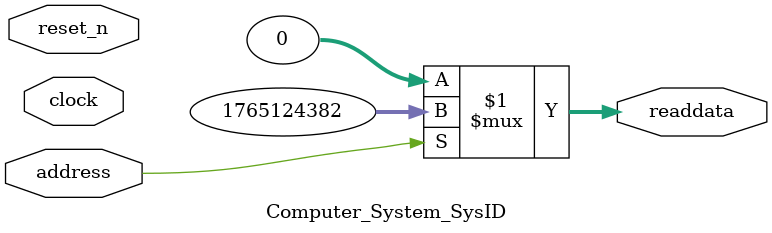
<source format=v>



// synthesis translate_off
`timescale 1ns / 1ps
// synthesis translate_on

// turn off superfluous verilog processor warnings 
// altera message_level Level1 
// altera message_off 10034 10035 10036 10037 10230 10240 10030 

module Computer_System_SysID (
               // inputs:
                address,
                clock,
                reset_n,

               // outputs:
                readdata
             )
;

  output  [ 31: 0] readdata;
  input            address;
  input            clock;
  input            reset_n;

  wire    [ 31: 0] readdata;
  //control_slave, which is an e_avalon_slave
  assign readdata = address ? 1765124382 : 0;

endmodule



</source>
